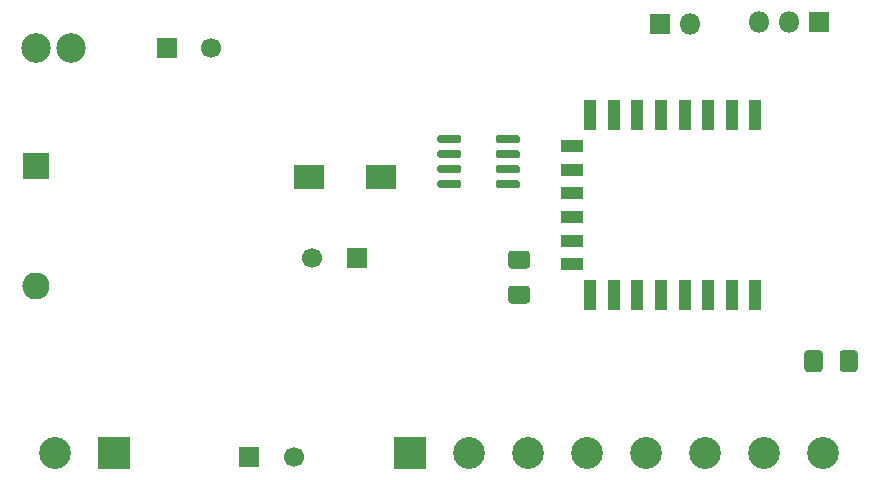
<source format=gbr>
G04 #@! TF.GenerationSoftware,KiCad,Pcbnew,5.1.6*
G04 #@! TF.CreationDate,2020-07-26T18:39:51+03:00*
G04 #@! TF.ProjectId,kicad-hamster-esp8266,6b696361-642d-4686-916d-737465722d65,rev?*
G04 #@! TF.SameCoordinates,Original*
G04 #@! TF.FileFunction,Soldermask,Bot*
G04 #@! TF.FilePolarity,Negative*
%FSLAX46Y46*%
G04 Gerber Fmt 4.6, Leading zero omitted, Abs format (unit mm)*
G04 Created by KiCad (PCBNEW 5.1.6) date 2020-07-26 18:39:51*
%MOMM*%
%LPD*%
G01*
G04 APERTURE LIST*
%ADD10R,1.100000X2.600000*%
%ADD11R,1.900000X1.100000*%
%ADD12O,1.800000X1.800000*%
%ADD13R,1.800000X1.800000*%
%ADD14R,2.600000X2.100000*%
%ADD15C,1.700000*%
%ADD16R,1.700000X1.700000*%
%ADD17C,2.500000*%
%ADD18O,2.300000X2.300000*%
%ADD19R,2.300000X2.300000*%
%ADD20R,2.700000X2.700000*%
%ADD21C,2.700000*%
G04 APERTURE END LIST*
D10*
X179268000Y-68092000D03*
X177268000Y-68092000D03*
X175268000Y-68092000D03*
X173268000Y-68092000D03*
X171268000Y-68092000D03*
X169268000Y-68092000D03*
X167268000Y-68092000D03*
X165268000Y-68092000D03*
D11*
X163768000Y-70692000D03*
X163768000Y-72692000D03*
X163768000Y-74692000D03*
X163768000Y-76692000D03*
X163768000Y-78692000D03*
X163768000Y-80692000D03*
D10*
X165268000Y-83292000D03*
X167268000Y-83292000D03*
X169268000Y-83292000D03*
X171268000Y-83292000D03*
X173268000Y-83292000D03*
X175268000Y-83292000D03*
X177268000Y-83292000D03*
X179268000Y-83292000D03*
G36*
G01*
X157279000Y-74089000D02*
X157279000Y-73739000D01*
G75*
G02*
X157454000Y-73564000I175000J0D01*
G01*
X159154000Y-73564000D01*
G75*
G02*
X159329000Y-73739000I0J-175000D01*
G01*
X159329000Y-74089000D01*
G75*
G02*
X159154000Y-74264000I-175000J0D01*
G01*
X157454000Y-74264000D01*
G75*
G02*
X157279000Y-74089000I0J175000D01*
G01*
G37*
G36*
G01*
X157279000Y-72819000D02*
X157279000Y-72469000D01*
G75*
G02*
X157454000Y-72294000I175000J0D01*
G01*
X159154000Y-72294000D01*
G75*
G02*
X159329000Y-72469000I0J-175000D01*
G01*
X159329000Y-72819000D01*
G75*
G02*
X159154000Y-72994000I-175000J0D01*
G01*
X157454000Y-72994000D01*
G75*
G02*
X157279000Y-72819000I0J175000D01*
G01*
G37*
G36*
G01*
X157279000Y-71549000D02*
X157279000Y-71199000D01*
G75*
G02*
X157454000Y-71024000I175000J0D01*
G01*
X159154000Y-71024000D01*
G75*
G02*
X159329000Y-71199000I0J-175000D01*
G01*
X159329000Y-71549000D01*
G75*
G02*
X159154000Y-71724000I-175000J0D01*
G01*
X157454000Y-71724000D01*
G75*
G02*
X157279000Y-71549000I0J175000D01*
G01*
G37*
G36*
G01*
X157279000Y-70279000D02*
X157279000Y-69929000D01*
G75*
G02*
X157454000Y-69754000I175000J0D01*
G01*
X159154000Y-69754000D01*
G75*
G02*
X159329000Y-69929000I0J-175000D01*
G01*
X159329000Y-70279000D01*
G75*
G02*
X159154000Y-70454000I-175000J0D01*
G01*
X157454000Y-70454000D01*
G75*
G02*
X157279000Y-70279000I0J175000D01*
G01*
G37*
G36*
G01*
X152329000Y-70279000D02*
X152329000Y-69929000D01*
G75*
G02*
X152504000Y-69754000I175000J0D01*
G01*
X154204000Y-69754000D01*
G75*
G02*
X154379000Y-69929000I0J-175000D01*
G01*
X154379000Y-70279000D01*
G75*
G02*
X154204000Y-70454000I-175000J0D01*
G01*
X152504000Y-70454000D01*
G75*
G02*
X152329000Y-70279000I0J175000D01*
G01*
G37*
G36*
G01*
X152329000Y-71549000D02*
X152329000Y-71199000D01*
G75*
G02*
X152504000Y-71024000I175000J0D01*
G01*
X154204000Y-71024000D01*
G75*
G02*
X154379000Y-71199000I0J-175000D01*
G01*
X154379000Y-71549000D01*
G75*
G02*
X154204000Y-71724000I-175000J0D01*
G01*
X152504000Y-71724000D01*
G75*
G02*
X152329000Y-71549000I0J175000D01*
G01*
G37*
G36*
G01*
X152329000Y-72819000D02*
X152329000Y-72469000D01*
G75*
G02*
X152504000Y-72294000I175000J0D01*
G01*
X154204000Y-72294000D01*
G75*
G02*
X154379000Y-72469000I0J-175000D01*
G01*
X154379000Y-72819000D01*
G75*
G02*
X154204000Y-72994000I-175000J0D01*
G01*
X152504000Y-72994000D01*
G75*
G02*
X152329000Y-72819000I0J175000D01*
G01*
G37*
G36*
G01*
X152329000Y-74089000D02*
X152329000Y-73739000D01*
G75*
G02*
X152504000Y-73564000I175000J0D01*
G01*
X154204000Y-73564000D01*
G75*
G02*
X154379000Y-73739000I0J-175000D01*
G01*
X154379000Y-74089000D01*
G75*
G02*
X154204000Y-74264000I-175000J0D01*
G01*
X152504000Y-74264000D01*
G75*
G02*
X152329000Y-74089000I0J175000D01*
G01*
G37*
D12*
X173736000Y-60325000D03*
D13*
X171196000Y-60325000D03*
D14*
X141446000Y-73279000D03*
X147606000Y-73279000D03*
G36*
G01*
X186399000Y-89557456D02*
X186399000Y-88242544D01*
G75*
G02*
X186666544Y-87975000I267544J0D01*
G01*
X187656456Y-87975000D01*
G75*
G02*
X187924000Y-88242544I0J-267544D01*
G01*
X187924000Y-89557456D01*
G75*
G02*
X187656456Y-89825000I-267544J0D01*
G01*
X186666544Y-89825000D01*
G75*
G02*
X186399000Y-89557456I0J267544D01*
G01*
G37*
G36*
G01*
X183424000Y-89557456D02*
X183424000Y-88242544D01*
G75*
G02*
X183691544Y-87975000I267544J0D01*
G01*
X184681456Y-87975000D01*
G75*
G02*
X184949000Y-88242544I0J-267544D01*
G01*
X184949000Y-89557456D01*
G75*
G02*
X184681456Y-89825000I-267544J0D01*
G01*
X183691544Y-89825000D01*
G75*
G02*
X183424000Y-89557456I0J267544D01*
G01*
G37*
D15*
X141742000Y-80137000D03*
D16*
X145542000Y-80137000D03*
G36*
G01*
X159915456Y-81063000D02*
X158600544Y-81063000D01*
G75*
G02*
X158333000Y-80795456I0J267544D01*
G01*
X158333000Y-79805544D01*
G75*
G02*
X158600544Y-79538000I267544J0D01*
G01*
X159915456Y-79538000D01*
G75*
G02*
X160183000Y-79805544I0J-267544D01*
G01*
X160183000Y-80795456D01*
G75*
G02*
X159915456Y-81063000I-267544J0D01*
G01*
G37*
G36*
G01*
X159915456Y-84038000D02*
X158600544Y-84038000D01*
G75*
G02*
X158333000Y-83770456I0J267544D01*
G01*
X158333000Y-82780544D01*
G75*
G02*
X158600544Y-82513000I267544J0D01*
G01*
X159915456Y-82513000D01*
G75*
G02*
X160183000Y-82780544I0J-267544D01*
G01*
X160183000Y-83770456D01*
G75*
G02*
X159915456Y-84038000I-267544J0D01*
G01*
G37*
D17*
X121364000Y-62357000D03*
X118364000Y-62357000D03*
D12*
X179578000Y-60198000D03*
X182118000Y-60198000D03*
D13*
X184658000Y-60198000D03*
D18*
X118364000Y-82550000D03*
D19*
X118364000Y-72390000D03*
D15*
X133213000Y-62357000D03*
D16*
X129413000Y-62357000D03*
D15*
X140230000Y-97010000D03*
D16*
X136430000Y-97010000D03*
D20*
X125000000Y-96650000D03*
D21*
X120000000Y-96650000D03*
D20*
X150000000Y-96650000D03*
D21*
X155000000Y-96650000D03*
X160000000Y-96650000D03*
X165000000Y-96650000D03*
X170000000Y-96650000D03*
X175000000Y-96650000D03*
X180000000Y-96650000D03*
X185000000Y-96650000D03*
M02*

</source>
